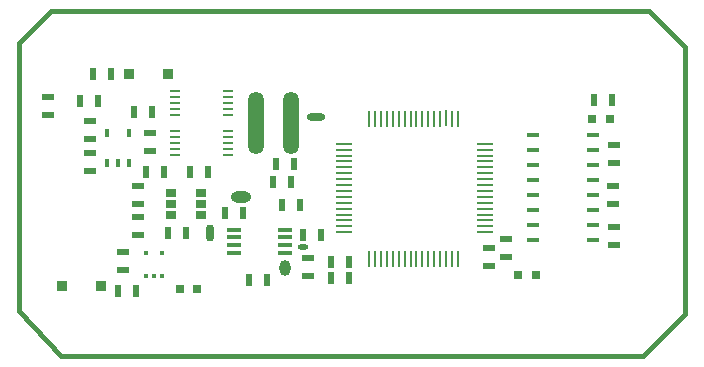
<source format=gtp>
G04 (created by PCBNEW-RS274X (2011-05-25)-stable) date Fri 26 Jun 2015 07:16:06 BST*
G01*
G70*
G90*
%MOIN*%
G04 Gerber Fmt 3.4, Leading zero omitted, Abs format*
%FSLAX34Y34*%
G04 APERTURE LIST*
%ADD10C,0.006000*%
%ADD11C,0.015000*%
%ADD12R,0.033000X0.037800*%
%ADD13R,0.042600X0.017600*%
%ADD14R,0.017600X0.027600*%
%ADD15R,0.037000X0.008200*%
%ADD16R,0.013300X0.017300*%
%ADD17R,0.037000X0.025200*%
%ADD18R,0.047600X0.012600*%
%ADD19R,0.057600X0.007400*%
%ADD20O,0.057600X0.007400*%
%ADD21O,0.007400X0.057600*%
%ADD22O,0.052700X0.207800*%
%ADD23R,0.042600X0.022600*%
%ADD24R,0.022600X0.042600*%
%ADD25O,0.068500X0.037000*%
%ADD26O,0.060600X0.025200*%
%ADD27O,0.037000X0.052700*%
%ADD28O,0.029100X0.056700*%
%ADD29O,0.037000X0.017300*%
%ADD30R,0.029000X0.029000*%
G04 APERTURE END LIST*
G54D10*
G54D11*
X20100Y09750D02*
X18900Y10950D01*
X-01050Y10950D02*
X18900Y10950D01*
X-02100Y00950D02*
X-02100Y09900D01*
X20100Y00850D02*
X18700Y-00550D01*
X20100Y09750D02*
X20100Y00850D01*
X-00700Y-00550D02*
X18700Y-00550D01*
X-02100Y00950D02*
X-00700Y-00550D01*
X-02100Y09900D02*
X-01050Y10950D01*
G54D12*
X00621Y01800D03*
X-00671Y01800D03*
X02871Y08850D03*
X01579Y08850D03*
G54D13*
X15043Y06811D03*
X15043Y06311D03*
X15043Y05811D03*
X15043Y05311D03*
X15043Y04811D03*
X15043Y04311D03*
X15043Y03811D03*
X15043Y03311D03*
X17043Y03311D03*
X17043Y03811D03*
X17043Y04311D03*
X17043Y04811D03*
X17043Y05311D03*
X17043Y05811D03*
X17043Y06311D03*
X17043Y06811D03*
G54D14*
X00825Y05875D03*
X01575Y05875D03*
X00825Y06875D03*
X01200Y05875D03*
X01575Y06875D03*
G54D15*
X04850Y06150D03*
X04850Y06350D03*
X04850Y06550D03*
X04850Y06750D03*
X04850Y06950D03*
X03100Y06950D03*
X03100Y06750D03*
X03100Y06550D03*
X03100Y06350D03*
X03100Y06150D03*
X03100Y08300D03*
X03100Y08100D03*
X03100Y07900D03*
X03100Y07700D03*
X03100Y07500D03*
X04850Y07500D03*
X04850Y07700D03*
X04850Y07900D03*
X04850Y08100D03*
X04850Y08300D03*
G54D16*
X02656Y02874D03*
X02144Y02874D03*
X02144Y02126D03*
X02400Y02126D03*
X02656Y02126D03*
G54D17*
X03950Y04900D03*
X03950Y04525D03*
X03950Y04150D03*
X02950Y04150D03*
X02950Y04525D03*
X02950Y04900D03*
G54D18*
X05075Y03659D03*
X05075Y03403D03*
X05075Y03147D03*
X05075Y02891D03*
X06775Y02891D03*
X06775Y03147D03*
X06775Y03403D03*
X06775Y03659D03*
G54D19*
X08739Y06526D03*
G54D20*
X08739Y06329D03*
X08739Y06132D03*
X08739Y05935D03*
X08739Y05738D03*
X08739Y05542D03*
X08739Y05345D03*
X08739Y05148D03*
X08739Y04951D03*
X08739Y04754D03*
X08739Y04557D03*
X08739Y04361D03*
X08739Y04164D03*
X08739Y03967D03*
X08739Y03770D03*
X08739Y03573D03*
G54D21*
X09574Y02675D03*
X09771Y02675D03*
X09968Y02675D03*
X10165Y02675D03*
X10362Y02675D03*
X10558Y02675D03*
X10755Y02675D03*
X10952Y02675D03*
X11149Y02675D03*
X11346Y02675D03*
X11543Y02675D03*
X11739Y02675D03*
X11936Y02675D03*
X12133Y02675D03*
X12330Y02675D03*
X12527Y02675D03*
G54D20*
X13425Y03573D03*
X13425Y03770D03*
X13425Y03967D03*
X13425Y04164D03*
X13425Y04361D03*
X13425Y04557D03*
X13425Y04754D03*
X13425Y04951D03*
X13425Y05148D03*
X13425Y05345D03*
X13425Y05542D03*
X13425Y05738D03*
X13425Y05935D03*
X13425Y06132D03*
X13425Y06329D03*
X13425Y06526D03*
G54D21*
X12527Y07361D03*
X12330Y07361D03*
X11936Y07361D03*
X12133Y07368D03*
X11739Y07361D03*
X11543Y07361D03*
X11346Y07361D03*
X11149Y07361D03*
X10952Y07361D03*
X10755Y07361D03*
X10561Y07361D03*
X10364Y07361D03*
X10167Y07361D03*
X09970Y07361D03*
X09774Y07361D03*
X09577Y07361D03*
G54D22*
X05784Y07225D03*
X06966Y07225D03*
G54D23*
X13550Y02450D03*
X13550Y03050D03*
G54D24*
X06675Y04500D03*
X07275Y04500D03*
X06475Y05850D03*
X07075Y05850D03*
X06350Y05250D03*
X06950Y05250D03*
G54D23*
X14125Y03350D03*
X14125Y02750D03*
G54D24*
X08900Y02600D03*
X08300Y02600D03*
G54D23*
X01875Y05125D03*
X01875Y04525D03*
G54D24*
X03450Y03550D03*
X02850Y03550D03*
X08300Y02050D03*
X08900Y02050D03*
X04200Y05600D03*
X03600Y05600D03*
X05375Y04225D03*
X04775Y04225D03*
G54D23*
X07525Y02725D03*
X07525Y02125D03*
G54D24*
X07975Y03500D03*
X07375Y03500D03*
X02125Y05600D03*
X02725Y05600D03*
G54D23*
X02250Y06300D03*
X02250Y06900D03*
X00275Y06675D03*
X00275Y07275D03*
X00275Y05625D03*
X00275Y06225D03*
X01875Y03475D03*
X01875Y04075D03*
G54D24*
X02325Y07575D03*
X01725Y07575D03*
G54D23*
X17725Y03750D03*
X17725Y03150D03*
G54D24*
X06150Y01975D03*
X05550Y01975D03*
G54D23*
X17700Y05125D03*
X17700Y04525D03*
X17717Y06483D03*
X17717Y05883D03*
G54D25*
X05300Y04750D03*
G54D26*
X07800Y07425D03*
G54D27*
X06775Y02400D03*
G54D24*
X00525Y07950D03*
X-00075Y07950D03*
G54D28*
X04275Y03550D03*
G54D29*
X07375Y03075D03*
G54D24*
X17050Y08000D03*
X17650Y08000D03*
X01200Y01625D03*
X01800Y01625D03*
G54D23*
X-01150Y08100D03*
X-01150Y07500D03*
G54D24*
X00950Y08850D03*
X00350Y08850D03*
G54D23*
X01350Y02925D03*
X01350Y02325D03*
G54D30*
X03255Y01675D03*
X03845Y01675D03*
X14530Y02150D03*
X15120Y02150D03*
X17005Y07350D03*
X17595Y07350D03*
M02*

</source>
